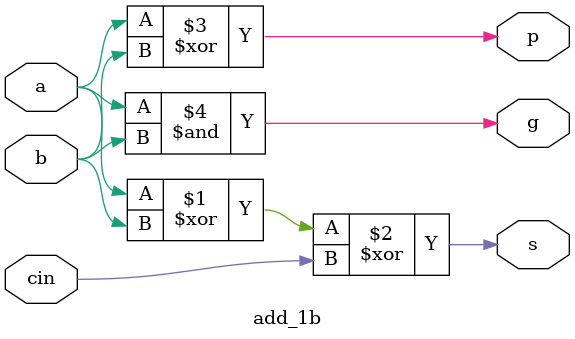
<source format=v>
module add_1b(a, b, cin, s, p, g);
	input a, b, cin;
	output s, p, g;

	assign s = (a ^ b) ^ cin;
	assign p = a ^ b;
	assign g = a & b;
endmodule

</source>
